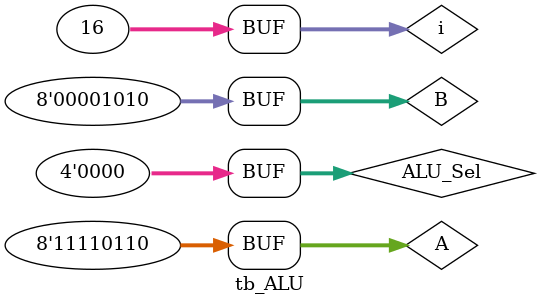
<source format=v>
`timescale 1ns / 1ps  

module tb_ALU;
//Inputs
 reg[7:0] A,B;
 reg[3:0] ALU_Sel;

//Outputs
 wire[7:0] ALU_Out;
 wire CarryOut;
 // Verilog code for ALU
 integer i;
 alu test_unit(
            A,B,  // ALU 8-bit Inputs                 
            ALU_Sel,// ALU Selection
            ALU_Out, // ALU 8-bit Output
            CarryOut // Carry Out Flag
     );
    initial begin
    // hold reset state for 100 ns.
      A = 8'h0A;
      B = 4'h02;
      ALU_Sel = 4'h0;
      
      for (i=0;i<=15;i=i+1)
      begin
       ALU_Sel = ALU_Sel + 8'h01;
       #10;
      end;
      
      A = 8'hF6;
      B = 8'h0A;
      
    end
endmodule
</source>
